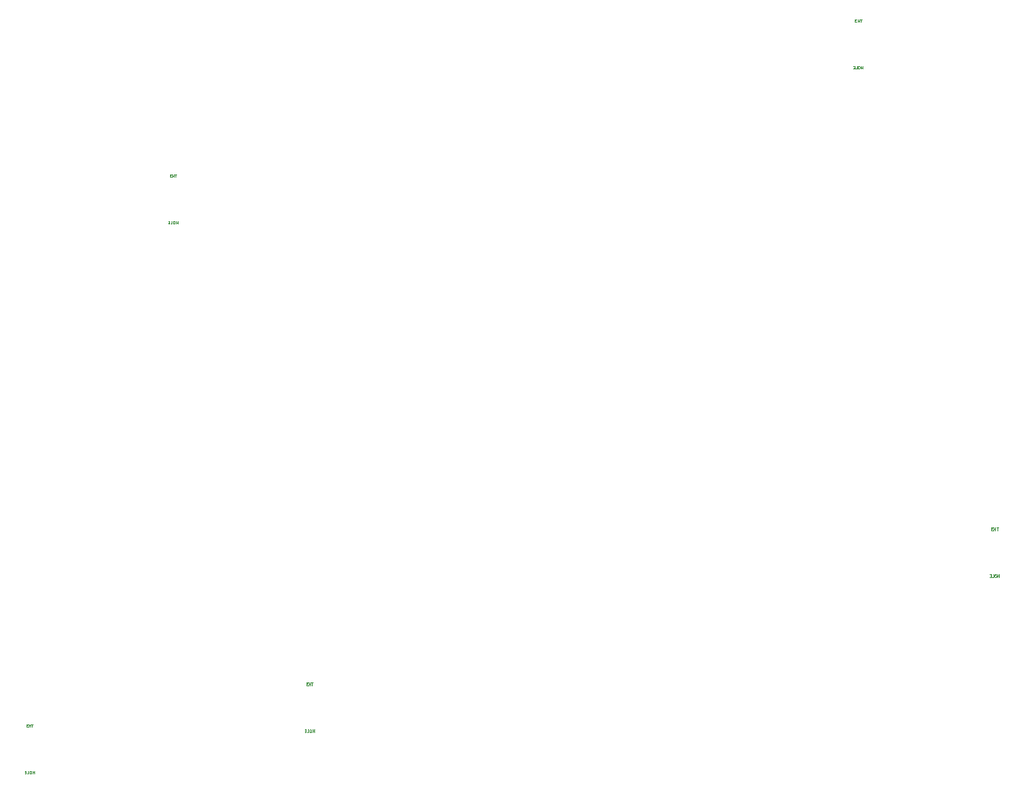
<source format=gbo>
G04 #@! TF.GenerationSoftware,KiCad,Pcbnew,8.0.2*
G04 #@! TF.CreationDate,2024-06-03T01:20:00+01:00*
G04 #@! TF.ProjectId,Ashwing66_baseplate,41736877-696e-4673-9636-5f6261736570,1*
G04 #@! TF.SameCoordinates,Original*
G04 #@! TF.FileFunction,Legend,Bot*
G04 #@! TF.FilePolarity,Positive*
%FSLAX46Y46*%
G04 Gerber Fmt 4.6, Leading zero omitted, Abs format (unit mm)*
G04 Created by KiCad (PCBNEW 8.0.2) date 2024-06-03 01:20:00*
%MOMM*%
%LPD*%
G01*
G04 APERTURE LIST*
%ADD10C,0.074930*%
%ADD11C,4.000000*%
G04 APERTURE END LIST*
D10*
X347598338Y-167439703D02*
X347427069Y-167439703D01*
X347512703Y-167739423D02*
X347512703Y-167439703D01*
X347327163Y-167739423D02*
X347327163Y-167439703D01*
X347327163Y-167582427D02*
X347155894Y-167582427D01*
X347155894Y-167739423D02*
X347155894Y-167439703D01*
X347041715Y-167439703D02*
X346856174Y-167439703D01*
X346856174Y-167439703D02*
X346956081Y-167553882D01*
X346956081Y-167553882D02*
X346913264Y-167553882D01*
X346913264Y-167553882D02*
X346884719Y-167568154D01*
X346884719Y-167568154D02*
X346870447Y-167582427D01*
X346870447Y-167582427D02*
X346856174Y-167610971D01*
X346856174Y-167610971D02*
X346856174Y-167682333D01*
X346856174Y-167682333D02*
X346870447Y-167710878D01*
X346870447Y-167710878D02*
X346884719Y-167725151D01*
X346884719Y-167725151D02*
X346913264Y-167739423D01*
X346913264Y-167739423D02*
X346998898Y-167739423D01*
X346998898Y-167739423D02*
X347027443Y-167725151D01*
X347027443Y-167725151D02*
X347041715Y-167710878D01*
X347712516Y-172819423D02*
X347712516Y-172519703D01*
X347712516Y-172662427D02*
X347541247Y-172662427D01*
X347541247Y-172819423D02*
X347541247Y-172519703D01*
X347341434Y-172519703D02*
X347284345Y-172519703D01*
X347284345Y-172519703D02*
X347255800Y-172533975D01*
X347255800Y-172533975D02*
X347227255Y-172562520D01*
X347227255Y-172562520D02*
X347212983Y-172619610D01*
X347212983Y-172619610D02*
X347212983Y-172719516D01*
X347212983Y-172719516D02*
X347227255Y-172776606D01*
X347227255Y-172776606D02*
X347255800Y-172805151D01*
X347255800Y-172805151D02*
X347284345Y-172819423D01*
X347284345Y-172819423D02*
X347341434Y-172819423D01*
X347341434Y-172819423D02*
X347369979Y-172805151D01*
X347369979Y-172805151D02*
X347398524Y-172776606D01*
X347398524Y-172776606D02*
X347412796Y-172719516D01*
X347412796Y-172719516D02*
X347412796Y-172619610D01*
X347412796Y-172619610D02*
X347398524Y-172562520D01*
X347398524Y-172562520D02*
X347369979Y-172533975D01*
X347369979Y-172533975D02*
X347341434Y-172519703D01*
X346941808Y-172819423D02*
X347084532Y-172819423D01*
X347084532Y-172819423D02*
X347084532Y-172519703D01*
X346841902Y-172662427D02*
X346741995Y-172662427D01*
X346699178Y-172819423D02*
X346841902Y-172819423D01*
X346841902Y-172819423D02*
X346841902Y-172519703D01*
X346841902Y-172519703D02*
X346699178Y-172519703D01*
X258420353Y-129037129D02*
X258249084Y-129037129D01*
X258334718Y-129336849D02*
X258334718Y-129037129D01*
X258149178Y-129336849D02*
X258149178Y-129037129D01*
X258149178Y-129179853D02*
X257977909Y-129179853D01*
X257977909Y-129336849D02*
X257977909Y-129037129D01*
X257863730Y-129037129D02*
X257678189Y-129037129D01*
X257678189Y-129037129D02*
X257778096Y-129151308D01*
X257778096Y-129151308D02*
X257735279Y-129151308D01*
X257735279Y-129151308D02*
X257706734Y-129165580D01*
X257706734Y-129165580D02*
X257692462Y-129179853D01*
X257692462Y-129179853D02*
X257678189Y-129208397D01*
X257678189Y-129208397D02*
X257678189Y-129279759D01*
X257678189Y-129279759D02*
X257692462Y-129308304D01*
X257692462Y-129308304D02*
X257706734Y-129322577D01*
X257706734Y-129322577D02*
X257735279Y-129336849D01*
X257735279Y-129336849D02*
X257820913Y-129336849D01*
X257820913Y-129336849D02*
X257849458Y-129322577D01*
X257849458Y-129322577D02*
X257863730Y-129308304D01*
X258534531Y-134416849D02*
X258534531Y-134117129D01*
X258534531Y-134259853D02*
X258363262Y-134259853D01*
X258363262Y-134416849D02*
X258363262Y-134117129D01*
X258163449Y-134117129D02*
X258106360Y-134117129D01*
X258106360Y-134117129D02*
X258077815Y-134131401D01*
X258077815Y-134131401D02*
X258049270Y-134159946D01*
X258049270Y-134159946D02*
X258034998Y-134217036D01*
X258034998Y-134217036D02*
X258034998Y-134316942D01*
X258034998Y-134316942D02*
X258049270Y-134374032D01*
X258049270Y-134374032D02*
X258077815Y-134402577D01*
X258077815Y-134402577D02*
X258106360Y-134416849D01*
X258106360Y-134416849D02*
X258163449Y-134416849D01*
X258163449Y-134416849D02*
X258191994Y-134402577D01*
X258191994Y-134402577D02*
X258220539Y-134374032D01*
X258220539Y-134374032D02*
X258234811Y-134316942D01*
X258234811Y-134316942D02*
X258234811Y-134217036D01*
X258234811Y-134217036D02*
X258220539Y-134159946D01*
X258220539Y-134159946D02*
X258191994Y-134131401D01*
X258191994Y-134131401D02*
X258163449Y-134117129D01*
X257763823Y-134416849D02*
X257906547Y-134416849D01*
X257906547Y-134416849D02*
X257906547Y-134117129D01*
X257663917Y-134259853D02*
X257564010Y-134259853D01*
X257521193Y-134416849D02*
X257663917Y-134416849D01*
X257663917Y-134416849D02*
X257663917Y-134117129D01*
X257663917Y-134117129D02*
X257521193Y-134117129D01*
X332793888Y-112188745D02*
X332622619Y-112188745D01*
X332708253Y-112488465D02*
X332708253Y-112188745D01*
X332522713Y-112488465D02*
X332522713Y-112188745D01*
X332522713Y-112331469D02*
X332351444Y-112331469D01*
X332351444Y-112488465D02*
X332351444Y-112188745D01*
X332237265Y-112188745D02*
X332051724Y-112188745D01*
X332051724Y-112188745D02*
X332151631Y-112302924D01*
X332151631Y-112302924D02*
X332108814Y-112302924D01*
X332108814Y-112302924D02*
X332080269Y-112317196D01*
X332080269Y-112317196D02*
X332065997Y-112331469D01*
X332065997Y-112331469D02*
X332051724Y-112360013D01*
X332051724Y-112360013D02*
X332051724Y-112431375D01*
X332051724Y-112431375D02*
X332065997Y-112459920D01*
X332065997Y-112459920D02*
X332080269Y-112474193D01*
X332080269Y-112474193D02*
X332108814Y-112488465D01*
X332108814Y-112488465D02*
X332194448Y-112488465D01*
X332194448Y-112488465D02*
X332222993Y-112474193D01*
X332222993Y-112474193D02*
X332237265Y-112459920D01*
X332908066Y-117568465D02*
X332908066Y-117268745D01*
X332908066Y-117411469D02*
X332736797Y-117411469D01*
X332736797Y-117568465D02*
X332736797Y-117268745D01*
X332536984Y-117268745D02*
X332479895Y-117268745D01*
X332479895Y-117268745D02*
X332451350Y-117283017D01*
X332451350Y-117283017D02*
X332422805Y-117311562D01*
X332422805Y-117311562D02*
X332408533Y-117368652D01*
X332408533Y-117368652D02*
X332408533Y-117468558D01*
X332408533Y-117468558D02*
X332422805Y-117525648D01*
X332422805Y-117525648D02*
X332451350Y-117554193D01*
X332451350Y-117554193D02*
X332479895Y-117568465D01*
X332479895Y-117568465D02*
X332536984Y-117568465D01*
X332536984Y-117568465D02*
X332565529Y-117554193D01*
X332565529Y-117554193D02*
X332594074Y-117525648D01*
X332594074Y-117525648D02*
X332608346Y-117468558D01*
X332608346Y-117468558D02*
X332608346Y-117368652D01*
X332608346Y-117368652D02*
X332594074Y-117311562D01*
X332594074Y-117311562D02*
X332565529Y-117283017D01*
X332565529Y-117283017D02*
X332536984Y-117268745D01*
X332137358Y-117568465D02*
X332280082Y-117568465D01*
X332280082Y-117568465D02*
X332280082Y-117268745D01*
X332037452Y-117411469D02*
X331937545Y-117411469D01*
X331894728Y-117568465D02*
X332037452Y-117568465D01*
X332037452Y-117568465D02*
X332037452Y-117268745D01*
X332037452Y-117268745D02*
X331894728Y-117268745D01*
X242834050Y-188807797D02*
X242662781Y-188807797D01*
X242748415Y-189107517D02*
X242748415Y-188807797D01*
X242562875Y-189107517D02*
X242562875Y-188807797D01*
X242562875Y-188950521D02*
X242391606Y-188950521D01*
X242391606Y-189107517D02*
X242391606Y-188807797D01*
X242277427Y-188807797D02*
X242091886Y-188807797D01*
X242091886Y-188807797D02*
X242191793Y-188921976D01*
X242191793Y-188921976D02*
X242148976Y-188921976D01*
X242148976Y-188921976D02*
X242120431Y-188936248D01*
X242120431Y-188936248D02*
X242106159Y-188950521D01*
X242106159Y-188950521D02*
X242091886Y-188979065D01*
X242091886Y-188979065D02*
X242091886Y-189050427D01*
X242091886Y-189050427D02*
X242106159Y-189078972D01*
X242106159Y-189078972D02*
X242120431Y-189093245D01*
X242120431Y-189093245D02*
X242148976Y-189107517D01*
X242148976Y-189107517D02*
X242234610Y-189107517D01*
X242234610Y-189107517D02*
X242263155Y-189093245D01*
X242263155Y-189093245D02*
X242277427Y-189078972D01*
X242948228Y-194187517D02*
X242948228Y-193887797D01*
X242948228Y-194030521D02*
X242776959Y-194030521D01*
X242776959Y-194187517D02*
X242776959Y-193887797D01*
X242577146Y-193887797D02*
X242520057Y-193887797D01*
X242520057Y-193887797D02*
X242491512Y-193902069D01*
X242491512Y-193902069D02*
X242462967Y-193930614D01*
X242462967Y-193930614D02*
X242448695Y-193987704D01*
X242448695Y-193987704D02*
X242448695Y-194087610D01*
X242448695Y-194087610D02*
X242462967Y-194144700D01*
X242462967Y-194144700D02*
X242491512Y-194173245D01*
X242491512Y-194173245D02*
X242520057Y-194187517D01*
X242520057Y-194187517D02*
X242577146Y-194187517D01*
X242577146Y-194187517D02*
X242605691Y-194173245D01*
X242605691Y-194173245D02*
X242634236Y-194144700D01*
X242634236Y-194144700D02*
X242648508Y-194087610D01*
X242648508Y-194087610D02*
X242648508Y-193987704D01*
X242648508Y-193987704D02*
X242634236Y-193930614D01*
X242634236Y-193930614D02*
X242605691Y-193902069D01*
X242605691Y-193902069D02*
X242577146Y-193887797D01*
X242177520Y-194187517D02*
X242320244Y-194187517D01*
X242320244Y-194187517D02*
X242320244Y-193887797D01*
X242077614Y-194030521D02*
X241977707Y-194030521D01*
X241934890Y-194187517D02*
X242077614Y-194187517D01*
X242077614Y-194187517D02*
X242077614Y-193887797D01*
X242077614Y-193887797D02*
X241934890Y-193887797D01*
X273224802Y-184288086D02*
X273053533Y-184288086D01*
X273139167Y-184587806D02*
X273139167Y-184288086D01*
X272953627Y-184587806D02*
X272953627Y-184288086D01*
X272953627Y-184430810D02*
X272782358Y-184430810D01*
X272782358Y-184587806D02*
X272782358Y-184288086D01*
X272668179Y-184288086D02*
X272482638Y-184288086D01*
X272482638Y-184288086D02*
X272582545Y-184402265D01*
X272582545Y-184402265D02*
X272539728Y-184402265D01*
X272539728Y-184402265D02*
X272511183Y-184416537D01*
X272511183Y-184416537D02*
X272496911Y-184430810D01*
X272496911Y-184430810D02*
X272482638Y-184459354D01*
X272482638Y-184459354D02*
X272482638Y-184530716D01*
X272482638Y-184530716D02*
X272496911Y-184559261D01*
X272496911Y-184559261D02*
X272511183Y-184573534D01*
X272511183Y-184573534D02*
X272539728Y-184587806D01*
X272539728Y-184587806D02*
X272625362Y-184587806D01*
X272625362Y-184587806D02*
X272653907Y-184573534D01*
X272653907Y-184573534D02*
X272668179Y-184559261D01*
X273338980Y-189667806D02*
X273338980Y-189368086D01*
X273338980Y-189510810D02*
X273167711Y-189510810D01*
X273167711Y-189667806D02*
X273167711Y-189368086D01*
X272967898Y-189368086D02*
X272910809Y-189368086D01*
X272910809Y-189368086D02*
X272882264Y-189382358D01*
X272882264Y-189382358D02*
X272853719Y-189410903D01*
X272853719Y-189410903D02*
X272839447Y-189467993D01*
X272839447Y-189467993D02*
X272839447Y-189567899D01*
X272839447Y-189567899D02*
X272853719Y-189624989D01*
X272853719Y-189624989D02*
X272882264Y-189653534D01*
X272882264Y-189653534D02*
X272910809Y-189667806D01*
X272910809Y-189667806D02*
X272967898Y-189667806D01*
X272967898Y-189667806D02*
X272996443Y-189653534D01*
X272996443Y-189653534D02*
X273024988Y-189624989D01*
X273024988Y-189624989D02*
X273039260Y-189567899D01*
X273039260Y-189567899D02*
X273039260Y-189467993D01*
X273039260Y-189467993D02*
X273024988Y-189410903D01*
X273024988Y-189410903D02*
X272996443Y-189382358D01*
X272996443Y-189382358D02*
X272967898Y-189368086D01*
X272568272Y-189667806D02*
X272710996Y-189667806D01*
X272710996Y-189667806D02*
X272710996Y-189368086D01*
X272468366Y-189510810D02*
X272368459Y-189510810D01*
X272325642Y-189667806D02*
X272468366Y-189667806D01*
X272468366Y-189667806D02*
X272468366Y-189368086D01*
X272468366Y-189368086D02*
X272325642Y-189368086D01*
%LPC*%
D11*
X182412813Y-191449989D03*
X152022060Y-186930278D03*
X166826509Y-131679322D03*
X92452975Y-114830939D03*
X77648526Y-170081896D03*
X347204984Y-170154664D03*
X258026999Y-131752090D03*
X332400534Y-114903706D03*
X242440696Y-191522758D03*
X272831448Y-187003047D03*
%LPD*%
M02*

</source>
